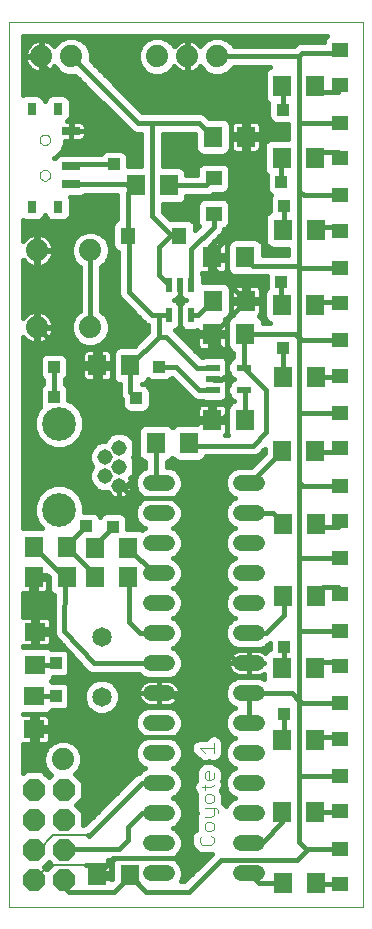
<source format=gtl>
G75*
%MOIN*%
%OFA0B0*%
%FSLAX24Y24*%
%IPPOS*%
%LPD*%
%AMOC8*
5,1,8,0,0,1.08239X$1,22.5*
%
%ADD10C,0.0000*%
%ADD11C,0.0040*%
%ADD12R,0.0217X0.0472*%
%ADD13R,0.0472X0.0217*%
%ADD14R,0.0551X0.0472*%
%ADD15R,0.0630X0.0709*%
%ADD16R,0.0500X0.0579*%
%ADD17R,0.0315X0.0394*%
%ADD18R,0.0591X0.0276*%
%ADD19C,0.0520*%
%ADD20C,0.0740*%
%ADD21R,0.0709X0.0630*%
%ADD22OC8,0.0740*%
%ADD23C,0.0515*%
%ADD24C,0.1122*%
%ADD25C,0.0650*%
%ADD26R,0.0396X0.0396*%
%ADD27C,0.0160*%
%ADD28C,0.0080*%
%ADD29R,0.0410X0.0410*%
D10*
X000725Y000350D02*
X000725Y029850D01*
X012525Y029850D01*
X012525Y000350D01*
X000725Y000350D01*
X001748Y024734D02*
X001750Y024760D01*
X001756Y024786D01*
X001766Y024811D01*
X001779Y024834D01*
X001795Y024854D01*
X001815Y024872D01*
X001837Y024887D01*
X001860Y024899D01*
X001886Y024907D01*
X001912Y024911D01*
X001938Y024911D01*
X001964Y024907D01*
X001990Y024899D01*
X002014Y024887D01*
X002035Y024872D01*
X002055Y024854D01*
X002071Y024834D01*
X002084Y024811D01*
X002094Y024786D01*
X002100Y024760D01*
X002102Y024734D01*
X002100Y024708D01*
X002094Y024682D01*
X002084Y024657D01*
X002071Y024634D01*
X002055Y024614D01*
X002035Y024596D01*
X002013Y024581D01*
X001990Y024569D01*
X001964Y024561D01*
X001938Y024557D01*
X001912Y024557D01*
X001886Y024561D01*
X001860Y024569D01*
X001836Y024581D01*
X001815Y024596D01*
X001795Y024614D01*
X001779Y024634D01*
X001766Y024657D01*
X001756Y024682D01*
X001750Y024708D01*
X001748Y024734D01*
X001748Y025916D02*
X001750Y025942D01*
X001756Y025968D01*
X001766Y025993D01*
X001779Y026016D01*
X001795Y026036D01*
X001815Y026054D01*
X001837Y026069D01*
X001860Y026081D01*
X001886Y026089D01*
X001912Y026093D01*
X001938Y026093D01*
X001964Y026089D01*
X001990Y026081D01*
X002014Y026069D01*
X002035Y026054D01*
X002055Y026036D01*
X002071Y026016D01*
X002084Y025993D01*
X002094Y025968D01*
X002100Y025942D01*
X002102Y025916D01*
X002100Y025890D01*
X002094Y025864D01*
X002084Y025839D01*
X002071Y025816D01*
X002055Y025796D01*
X002035Y025778D01*
X002013Y025763D01*
X001990Y025751D01*
X001964Y025743D01*
X001938Y025739D01*
X001912Y025739D01*
X001886Y025743D01*
X001860Y025751D01*
X001836Y025763D01*
X001815Y025778D01*
X001795Y025796D01*
X001779Y025816D01*
X001766Y025839D01*
X001756Y025864D01*
X001750Y025890D01*
X001748Y025916D01*
D11*
X007555Y005796D02*
X007555Y005489D01*
X007555Y005643D02*
X007095Y005643D01*
X007248Y005489D01*
X007325Y004875D02*
X007402Y004875D01*
X007402Y004568D01*
X007478Y004568D02*
X007325Y004568D01*
X007248Y004645D01*
X007248Y004799D01*
X007325Y004875D01*
X007555Y004799D02*
X007555Y004645D01*
X007478Y004568D01*
X007555Y004415D02*
X007478Y004338D01*
X007171Y004338D01*
X007248Y004262D02*
X007248Y004415D01*
X007325Y004108D02*
X007248Y004031D01*
X007248Y003878D01*
X007325Y003801D01*
X007478Y003801D01*
X007555Y003878D01*
X007555Y004031D01*
X007478Y004108D01*
X007325Y004108D01*
X007248Y003648D02*
X007632Y003648D01*
X007708Y003571D01*
X007708Y003494D01*
X007555Y003418D02*
X007555Y003648D01*
X007555Y003418D02*
X007478Y003341D01*
X007248Y003341D01*
X007325Y003187D02*
X007248Y003111D01*
X007248Y002957D01*
X007325Y002880D01*
X007478Y002880D01*
X007555Y002957D01*
X007555Y003111D01*
X007478Y003187D01*
X007325Y003187D01*
X007478Y002727D02*
X007555Y002650D01*
X007555Y002497D01*
X007478Y002420D01*
X007171Y002420D01*
X007095Y002497D01*
X007095Y002650D01*
X007171Y002727D01*
D12*
X006799Y020063D03*
X006051Y020063D03*
X006051Y021087D03*
X006425Y021087D03*
X006799Y021087D03*
D13*
X007538Y018324D03*
X007538Y017950D03*
X007538Y017576D03*
X008562Y017576D03*
X008562Y018324D03*
D14*
X011775Y018049D03*
X011775Y019231D03*
X011775Y020469D03*
X011775Y021651D03*
X011775Y022889D03*
X011775Y024071D03*
X011775Y025309D03*
X011775Y026491D03*
X011775Y027729D03*
X011775Y028911D03*
X007550Y024641D03*
X007550Y023459D03*
X011775Y016811D03*
X011775Y015629D03*
X011775Y014391D03*
X011775Y013209D03*
X011775Y011971D03*
X011775Y010789D03*
X011775Y009551D03*
X011775Y008369D03*
X011775Y007131D03*
X011775Y005949D03*
X011775Y004711D03*
X011775Y003529D03*
X011775Y002291D03*
X011775Y001109D03*
D15*
X010976Y001150D03*
X009874Y001150D03*
X009844Y003500D03*
X010946Y003500D03*
X010936Y005925D03*
X009834Y005925D03*
X009834Y008325D03*
X010936Y008325D03*
X010956Y010725D03*
X009854Y010725D03*
X009874Y013125D03*
X010976Y013125D03*
X010946Y015550D03*
X009844Y015550D03*
X008601Y016575D03*
X007499Y016575D03*
X006726Y015825D03*
X005624Y015825D03*
X004776Y018400D03*
X003674Y018400D03*
X007499Y019450D03*
X008601Y019450D03*
X008626Y020550D03*
X007524Y020550D03*
X007499Y022000D03*
X008601Y022000D03*
X009854Y022925D03*
X010956Y022925D03*
X010926Y025325D03*
X009824Y025325D03*
X008626Y026025D03*
X007524Y026025D03*
X006051Y024400D03*
X004949Y024400D03*
X009844Y027725D03*
X010946Y027725D03*
X010936Y020425D03*
X009834Y020425D03*
X009864Y018025D03*
X010966Y018025D03*
X004701Y012325D03*
X004701Y011350D03*
X003599Y011350D03*
X002651Y011350D03*
X001549Y011350D03*
X001549Y012350D03*
X002651Y012350D03*
X003599Y012325D03*
X003649Y001400D03*
X004751Y001400D03*
D16*
X004704Y022725D03*
X006396Y022725D03*
D17*
X002358Y023691D03*
X001492Y023691D03*
X001492Y026959D03*
X002358Y026959D03*
D18*
X002811Y026211D03*
X002811Y025030D03*
X002811Y024439D03*
D19*
X005465Y014475D02*
X005985Y014475D01*
X005985Y013475D02*
X005465Y013475D01*
X005465Y012475D02*
X005985Y012475D01*
X005985Y011475D02*
X005465Y011475D01*
X005465Y010475D02*
X005985Y010475D01*
X005985Y009475D02*
X005465Y009475D01*
X005465Y008475D02*
X005985Y008475D01*
X005985Y007475D02*
X005465Y007475D01*
X005465Y006475D02*
X005985Y006475D01*
X005985Y005475D02*
X005465Y005475D01*
X005465Y004475D02*
X005985Y004475D01*
X005985Y003475D02*
X005465Y003475D01*
X005465Y002475D02*
X005985Y002475D01*
X005985Y001475D02*
X005465Y001475D01*
X008465Y001475D02*
X008985Y001475D01*
X008985Y002475D02*
X008465Y002475D01*
X008465Y003475D02*
X008985Y003475D01*
X008985Y004475D02*
X008465Y004475D01*
X008465Y005475D02*
X008985Y005475D01*
X008985Y006475D02*
X008465Y006475D01*
X008465Y007475D02*
X008985Y007475D01*
X008985Y008475D02*
X008465Y008475D01*
X008465Y009475D02*
X008985Y009475D01*
X008985Y010475D02*
X008465Y010475D01*
X008465Y011475D02*
X008985Y011475D01*
X008985Y012475D02*
X008465Y012475D01*
X008465Y013475D02*
X008985Y013475D01*
X008985Y014475D02*
X008465Y014475D01*
D20*
X003440Y019670D03*
X001660Y019670D03*
X001660Y022230D03*
X003440Y022230D03*
X002800Y028700D03*
X001800Y028700D03*
X005675Y028700D03*
X006675Y028700D03*
X007675Y028700D03*
X002525Y005275D03*
D21*
X001575Y006274D03*
X001575Y007376D03*
X001600Y008424D03*
X001600Y009526D03*
D22*
X001550Y004250D03*
X002550Y004250D03*
X002550Y003250D03*
X002550Y002250D03*
X001550Y002250D03*
X001550Y003250D03*
X001550Y001250D03*
X002550Y001250D03*
D23*
X004408Y014395D03*
X003935Y014710D03*
X004408Y015025D03*
X003935Y015340D03*
X004408Y015655D03*
D24*
X002400Y016462D03*
X002400Y013588D03*
D25*
X003825Y009350D03*
X003825Y007350D03*
D26*
X002300Y007375D03*
X002300Y008475D03*
X003300Y013050D03*
X004200Y013025D03*
X004975Y017300D03*
X005725Y018350D03*
X002225Y018350D03*
X002225Y017350D03*
X009800Y021175D03*
X009900Y023725D03*
X009800Y024525D03*
X009850Y026925D03*
X004225Y025100D03*
X003150Y025600D03*
X009900Y009025D03*
X009900Y006775D03*
D27*
X009900Y005991D01*
X009834Y005925D01*
X010936Y005925D02*
X011200Y006025D01*
X011700Y006025D01*
X011775Y005949D01*
X011775Y007131D02*
X010494Y007131D01*
X010400Y007225D01*
X010150Y007475D01*
X008725Y007475D01*
X008725Y006475D01*
X008261Y005975D02*
X008159Y005933D01*
X008007Y005781D01*
X007925Y005582D01*
X007925Y005368D01*
X008007Y005169D01*
X008159Y005017D01*
X008261Y004975D01*
X008159Y004933D01*
X008007Y004781D01*
X007925Y004582D01*
X007925Y004368D01*
X008007Y004169D01*
X008159Y004017D01*
X008261Y003975D01*
X008159Y003933D01*
X008007Y003781D01*
X007977Y003707D01*
X007963Y003741D01*
X007878Y003825D01*
X007855Y003849D01*
X007855Y004091D01*
X007818Y004181D01*
X007809Y004201D01*
X007809Y004201D01*
X007809Y004201D01*
X007787Y004223D01*
X007809Y004245D01*
X007855Y004355D01*
X007855Y004475D01*
X007832Y004530D01*
X007855Y004586D01*
X007855Y004858D01*
X007809Y004969D01*
X007725Y005053D01*
X007615Y005099D01*
X007603Y005099D01*
X007571Y005130D01*
X007461Y005175D01*
X007265Y005175D01*
X007155Y005130D01*
X007070Y005045D01*
X006994Y004969D01*
X006948Y004858D01*
X006948Y004586D01*
X006962Y004553D01*
X006917Y004508D01*
X006871Y004398D01*
X006871Y004279D01*
X006917Y004168D01*
X006962Y004124D01*
X006948Y004091D01*
X006948Y003818D01*
X006971Y003763D01*
X006948Y003707D01*
X006948Y003588D01*
X006987Y003494D01*
X006948Y003400D01*
X006948Y003281D01*
X006971Y003226D01*
X006948Y003170D01*
X006948Y002928D01*
X006925Y002905D01*
X006840Y002820D01*
X006795Y002710D01*
X006795Y002437D01*
X006822Y002372D01*
X006840Y002327D01*
X006840Y002327D01*
X006842Y002326D01*
X006925Y002242D01*
X007001Y002166D01*
X007001Y002166D01*
X007001Y002166D01*
X007019Y002158D01*
X007112Y002120D01*
X007486Y002120D01*
X006576Y001210D01*
X006460Y001210D01*
X006525Y001368D01*
X006525Y001582D01*
X006443Y001781D01*
X006291Y001933D01*
X006189Y001975D01*
X006291Y002017D01*
X006443Y002169D01*
X006525Y002368D01*
X006525Y002582D01*
X006443Y002781D01*
X006291Y002933D01*
X006189Y002975D01*
X006291Y003017D01*
X006443Y003169D01*
X006525Y003368D01*
X006525Y003582D01*
X006443Y003781D01*
X006291Y003933D01*
X006189Y003975D01*
X006291Y004017D01*
X006443Y004169D01*
X006525Y004368D01*
X006525Y004582D01*
X006443Y004781D01*
X006291Y004933D01*
X006189Y004975D01*
X006291Y005017D01*
X006443Y005169D01*
X006525Y005368D01*
X006525Y005582D01*
X006443Y005781D01*
X006291Y005933D01*
X006189Y005975D01*
X006291Y006017D01*
X006443Y006169D01*
X006525Y006368D01*
X006525Y006582D01*
X006443Y006781D01*
X006291Y006933D01*
X006092Y007015D01*
X005358Y007015D01*
X005159Y006933D01*
X005007Y006781D01*
X004925Y006582D01*
X004925Y006368D01*
X005007Y006169D01*
X005159Y006017D01*
X005261Y005975D01*
X005159Y005933D01*
X005007Y005781D01*
X004925Y005582D01*
X004925Y005368D01*
X005007Y005169D01*
X005159Y005017D01*
X005261Y004975D01*
X005159Y004933D01*
X005049Y004823D01*
X004946Y004780D01*
X004845Y004679D01*
X004845Y004679D01*
X003268Y003102D01*
X003200Y003079D01*
X003200Y003519D01*
X002969Y003750D01*
X003200Y003981D01*
X003200Y004519D01*
X002944Y004775D01*
X003076Y004907D01*
X003175Y005146D01*
X003175Y005404D01*
X003076Y005643D01*
X002893Y005826D01*
X002654Y005925D01*
X002396Y005925D01*
X002157Y005826D01*
X001974Y005643D01*
X001875Y005404D01*
X001875Y005146D01*
X001974Y004907D01*
X002131Y004750D01*
X002050Y004669D01*
X001819Y004900D01*
X001281Y004900D01*
X001205Y004824D01*
X001205Y005779D01*
X001498Y005779D01*
X001498Y006196D01*
X001652Y006196D01*
X001652Y005779D01*
X001953Y005779D01*
X001999Y005791D01*
X002040Y005815D01*
X002073Y005848D01*
X002097Y005889D01*
X002109Y005935D01*
X002109Y006196D01*
X001652Y006196D01*
X001652Y006351D01*
X001498Y006351D01*
X001498Y006769D01*
X001205Y006769D01*
X001205Y006781D01*
X001985Y006781D01*
X002088Y006824D01*
X002161Y006897D01*
X002554Y006897D01*
X002657Y006940D01*
X002735Y007018D01*
X002778Y007121D01*
X002778Y007629D01*
X002735Y007732D01*
X002657Y007810D01*
X002554Y007853D01*
X002163Y007853D01*
X002129Y007888D01*
X002192Y007950D01*
X002211Y007997D01*
X002554Y007997D01*
X002657Y008040D01*
X002735Y008118D01*
X002778Y008221D01*
X002778Y008729D01*
X002735Y008832D01*
X002657Y008910D01*
X002554Y008953D01*
X002136Y008953D01*
X002113Y008976D01*
X002010Y009019D01*
X001205Y009019D01*
X001205Y009036D01*
X001222Y009031D01*
X001523Y009031D01*
X001523Y009449D01*
X001677Y009449D01*
X001677Y009031D01*
X001978Y009031D01*
X002024Y009043D01*
X002065Y009067D01*
X002098Y009101D01*
X002122Y009142D01*
X002134Y009188D01*
X002134Y009449D01*
X001677Y009449D01*
X001677Y009604D01*
X001523Y009604D01*
X001523Y010021D01*
X001222Y010021D01*
X001205Y010017D01*
X001205Y010817D01*
X001210Y010816D01*
X001471Y010816D01*
X001471Y011273D01*
X001626Y011273D01*
X001626Y011427D01*
X001962Y011427D01*
X002056Y011333D01*
X002056Y010940D01*
X002099Y010837D01*
X002178Y010758D01*
X002232Y010736D01*
X002215Y009561D01*
X002212Y009496D01*
X002214Y009490D01*
X002214Y009484D01*
X002238Y009423D01*
X002260Y009361D01*
X002265Y009356D01*
X002267Y009350D01*
X002313Y009304D01*
X003241Y008279D01*
X003245Y008271D01*
X003289Y008227D01*
X003331Y008180D01*
X003340Y008176D01*
X003346Y008170D01*
X003404Y008146D01*
X003461Y008119D01*
X003470Y008118D01*
X003478Y008115D01*
X003541Y008115D01*
X003604Y008112D01*
X003613Y008115D01*
X005061Y008115D01*
X005159Y008017D01*
X005358Y007935D01*
X006092Y007935D01*
X006291Y008017D01*
X006443Y008169D01*
X006525Y008368D01*
X006525Y008582D01*
X006443Y008781D01*
X006291Y008933D01*
X006189Y008975D01*
X006291Y009017D01*
X006443Y009169D01*
X006525Y009368D01*
X006525Y009582D01*
X006443Y009781D01*
X006291Y009933D01*
X006189Y009975D01*
X006291Y010017D01*
X006443Y010169D01*
X006525Y010368D01*
X006525Y010582D01*
X006443Y010781D01*
X006291Y010933D01*
X006189Y010975D01*
X006291Y011017D01*
X006443Y011169D01*
X006525Y011368D01*
X006525Y011582D01*
X006443Y011781D01*
X006291Y011933D01*
X006189Y011975D01*
X006291Y012017D01*
X006443Y012169D01*
X006525Y012368D01*
X006525Y012582D01*
X006443Y012781D01*
X006291Y012933D01*
X006189Y012975D01*
X006291Y013017D01*
X006443Y013169D01*
X006525Y013368D01*
X006525Y013582D01*
X006443Y013781D01*
X006291Y013933D01*
X006189Y013975D01*
X006291Y014017D01*
X006443Y014169D01*
X006525Y014368D01*
X006525Y014582D01*
X006443Y014781D01*
X006291Y014933D01*
X006092Y015015D01*
X005984Y015015D01*
X005984Y015191D01*
X005994Y015191D01*
X006097Y015233D01*
X006175Y015311D01*
X006253Y015233D01*
X006356Y015191D01*
X007097Y015191D01*
X007200Y015233D01*
X007279Y015312D01*
X007300Y015365D01*
X008922Y015365D01*
X009054Y015420D01*
X009249Y015615D01*
X009249Y015464D01*
X008800Y015015D01*
X008358Y015015D01*
X008159Y014933D01*
X008007Y014781D01*
X007925Y014582D01*
X007925Y014368D01*
X008007Y014169D01*
X008159Y014017D01*
X008261Y013975D01*
X008159Y013933D01*
X008007Y013781D01*
X007925Y013582D01*
X007925Y013368D01*
X008007Y013169D01*
X008159Y013017D01*
X008261Y012975D01*
X008159Y012933D01*
X008007Y012781D01*
X007925Y012582D01*
X007925Y012368D01*
X008007Y012169D01*
X008159Y012017D01*
X008261Y011975D01*
X008159Y011933D01*
X008007Y011781D01*
X007925Y011582D01*
X007925Y011368D01*
X008007Y011169D01*
X008159Y011017D01*
X008261Y010975D01*
X008159Y010933D01*
X008007Y010781D01*
X007925Y010582D01*
X007925Y010368D01*
X008007Y010169D01*
X008159Y010017D01*
X008261Y009975D01*
X008159Y009933D01*
X008007Y009781D01*
X007925Y009582D01*
X007925Y009368D01*
X008007Y009169D01*
X008159Y009017D01*
X008358Y008935D01*
X009092Y008935D01*
X009291Y009017D01*
X009401Y009127D01*
X009422Y009136D01*
X009422Y008942D01*
X009360Y008917D01*
X009281Y008838D01*
X009271Y008811D01*
X009216Y008851D01*
X009154Y008883D01*
X009088Y008904D01*
X009020Y008915D01*
X008725Y008915D01*
X008725Y008475D01*
X008375Y008475D01*
X007613Y009238D01*
X006750Y008375D01*
X006750Y006875D01*
X006200Y007425D01*
X005775Y007425D01*
X005725Y007475D01*
X005725Y007475D01*
X005725Y007915D01*
X006020Y007915D01*
X006088Y007904D01*
X006154Y007883D01*
X006216Y007851D01*
X006272Y007811D01*
X006321Y007762D01*
X006361Y007706D01*
X006393Y007644D01*
X006414Y007578D01*
X006425Y007510D01*
X006425Y007475D01*
X005725Y007475D01*
X005725Y007475D01*
X005725Y007035D01*
X006020Y007035D01*
X006088Y007046D01*
X006154Y007067D01*
X006216Y007099D01*
X006272Y007139D01*
X006321Y007188D01*
X006361Y007244D01*
X006393Y007306D01*
X006414Y007372D01*
X006425Y007440D01*
X006425Y007475D01*
X005725Y007475D01*
X005725Y007475D01*
X005725Y007475D01*
X005025Y007475D01*
X005025Y007510D01*
X005036Y007578D01*
X005057Y007644D01*
X005089Y007706D01*
X005129Y007762D01*
X005178Y007811D01*
X005234Y007851D01*
X005296Y007883D01*
X005362Y007904D01*
X005430Y007915D01*
X005725Y007915D01*
X005725Y007475D01*
X005725Y007035D01*
X005430Y007035D01*
X005362Y007046D01*
X005296Y007067D01*
X005234Y007099D01*
X005178Y007139D01*
X005129Y007188D01*
X005089Y007244D01*
X005057Y007306D01*
X005036Y007372D01*
X005025Y007440D01*
X005025Y007475D01*
X005725Y007475D01*
X005725Y007483D02*
X005725Y007483D01*
X005725Y007641D02*
X005725Y007641D01*
X005725Y007800D02*
X005725Y007800D01*
X006148Y007958D02*
X008220Y007958D01*
X008159Y007933D02*
X008007Y007781D01*
X007925Y007582D01*
X007925Y007368D01*
X008007Y007169D01*
X008159Y007017D01*
X008261Y006975D01*
X008159Y006933D01*
X008007Y006781D01*
X007925Y006582D01*
X007925Y006368D01*
X008007Y006169D01*
X008159Y006017D01*
X008261Y005975D01*
X008124Y005898D02*
X007838Y005898D01*
X007855Y005856D02*
X007809Y005966D01*
X007725Y006051D01*
X007615Y006096D01*
X007495Y006096D01*
X007385Y006051D01*
X007301Y005966D01*
X007291Y005943D01*
X007035Y005943D01*
X006991Y005924D01*
X006925Y005897D01*
X006840Y005813D01*
X006795Y005702D01*
X006795Y005583D01*
X006813Y005539D01*
X006840Y005473D01*
X006925Y005388D01*
X007078Y005235D01*
X007188Y005189D01*
X007308Y005189D01*
X007402Y005228D01*
X007495Y005189D01*
X007615Y005189D01*
X007725Y005235D01*
X007809Y005319D01*
X007855Y005430D01*
X007855Y005856D01*
X007855Y005739D02*
X007990Y005739D01*
X007925Y005581D02*
X007855Y005581D01*
X007852Y005422D02*
X007925Y005422D01*
X007968Y005264D02*
X007753Y005264D01*
X007596Y005105D02*
X008071Y005105D01*
X008192Y004947D02*
X007818Y004947D01*
X007855Y004788D02*
X008014Y004788D01*
X007945Y004630D02*
X007855Y004630D01*
X007855Y004471D02*
X007925Y004471D01*
X007948Y004313D02*
X007837Y004313D01*
X007829Y004154D02*
X008022Y004154D01*
X007855Y003996D02*
X008212Y003996D01*
X008063Y003837D02*
X007867Y003837D01*
X006948Y003837D02*
X006387Y003837D01*
X006485Y003679D02*
X006948Y003679D01*
X006976Y003520D02*
X006525Y003520D01*
X006522Y003362D02*
X006948Y003362D01*
X006962Y003203D02*
X006457Y003203D01*
X006318Y003045D02*
X006948Y003045D01*
X006906Y002886D02*
X006338Y002886D01*
X006465Y002728D02*
X006802Y002728D01*
X006795Y002569D02*
X006525Y002569D01*
X006525Y002411D02*
X006806Y002411D01*
X006915Y002252D02*
X006477Y002252D01*
X006367Y002094D02*
X007459Y002094D01*
X007301Y001935D02*
X006286Y001935D01*
X006475Y001975D02*
X006725Y002225D01*
X006725Y005900D01*
X006475Y006150D01*
X006750Y006425D01*
X006750Y006875D01*
X006480Y006690D02*
X007970Y006690D01*
X007925Y006532D02*
X006525Y006532D01*
X006525Y006373D02*
X007925Y006373D01*
X007988Y006215D02*
X006462Y006215D01*
X006475Y006150D02*
X006325Y006000D01*
X005200Y006000D01*
X004926Y006274D01*
X002725Y006274D01*
X002725Y008850D01*
X002049Y009526D01*
X001600Y009526D01*
X001549Y009577D01*
X001549Y011350D01*
X001626Y011287D02*
X002056Y011287D01*
X002044Y011273D02*
X001626Y011273D01*
X001626Y010816D01*
X001887Y010816D01*
X001933Y010828D01*
X001974Y010852D01*
X002008Y010885D01*
X002032Y010926D01*
X002044Y010972D01*
X002044Y011273D01*
X002044Y011128D02*
X002056Y011128D01*
X002043Y010970D02*
X002056Y010970D01*
X002125Y010811D02*
X001205Y010811D01*
X001205Y010653D02*
X002231Y010653D01*
X002228Y010494D02*
X001205Y010494D01*
X001205Y010336D02*
X002226Y010336D01*
X002224Y010177D02*
X001205Y010177D01*
X001205Y010019D02*
X001212Y010019D01*
X001523Y010019D02*
X001677Y010019D01*
X001677Y010021D02*
X001677Y009604D01*
X002134Y009604D01*
X002134Y009865D01*
X002122Y009911D01*
X002098Y009952D01*
X002065Y009985D01*
X002024Y010009D01*
X001978Y010021D01*
X001677Y010021D01*
X001677Y009860D02*
X001523Y009860D01*
X001523Y009702D02*
X001677Y009702D01*
X001677Y009543D02*
X002214Y009543D01*
X002217Y009702D02*
X002134Y009702D01*
X002134Y009860D02*
X002219Y009860D01*
X002222Y010019D02*
X001988Y010019D01*
X002575Y009550D02*
X002600Y011299D01*
X002651Y011350D01*
X002549Y011350D01*
X001549Y012350D01*
X001814Y012984D02*
X001205Y012984D01*
X001205Y019361D01*
X001240Y019312D01*
X001302Y019250D01*
X001372Y019200D01*
X001449Y019160D01*
X001531Y019134D01*
X001617Y019120D01*
X001640Y019120D01*
X001640Y019650D01*
X001680Y019650D01*
X001680Y019690D01*
X001640Y019690D01*
X001640Y020220D01*
X001617Y020220D01*
X001531Y020206D01*
X001449Y020180D01*
X001372Y020140D01*
X001302Y020090D01*
X001240Y020028D01*
X001205Y019979D01*
X001205Y021921D01*
X001240Y021872D01*
X001302Y021810D01*
X001372Y021760D01*
X001449Y021720D01*
X001531Y021694D01*
X001617Y021680D01*
X001640Y021680D01*
X001640Y022210D01*
X001680Y022210D01*
X001680Y022250D01*
X001640Y022250D01*
X001640Y022780D01*
X001617Y022780D01*
X001531Y022766D01*
X001449Y022740D01*
X001372Y022700D01*
X001302Y022650D01*
X001240Y022588D01*
X001205Y022539D01*
X001205Y023245D01*
X001279Y023214D01*
X001705Y023214D01*
X001808Y023257D01*
X001887Y023336D01*
X001925Y023428D01*
X001963Y023336D01*
X002042Y023257D01*
X002145Y023214D01*
X002571Y023214D01*
X002674Y023257D01*
X002753Y023336D01*
X002796Y023439D01*
X002796Y023944D01*
X002763Y024021D01*
X003162Y024021D01*
X003265Y024064D01*
X003280Y024079D01*
X004344Y024079D01*
X004344Y023272D01*
X004295Y023252D01*
X004216Y023173D01*
X004174Y023070D01*
X004174Y022380D01*
X004216Y022277D01*
X004295Y022198D01*
X004365Y022169D01*
X004365Y020778D01*
X004420Y020646D01*
X004521Y020545D01*
X005308Y019758D01*
X005365Y019734D01*
X005365Y019499D01*
X004900Y019034D01*
X004406Y019034D01*
X004303Y018992D01*
X004224Y018913D01*
X004181Y018810D01*
X004181Y017990D01*
X004224Y017887D01*
X004303Y017808D01*
X004406Y017766D01*
X004416Y017766D01*
X004416Y017427D01*
X004471Y017295D01*
X004497Y017269D01*
X004497Y017046D01*
X004540Y016943D01*
X004618Y016865D01*
X004721Y016822D01*
X005229Y016822D01*
X005332Y016865D01*
X005410Y016943D01*
X005453Y017046D01*
X005453Y017554D01*
X005410Y017657D01*
X005332Y017735D01*
X005229Y017778D01*
X005177Y017778D01*
X005250Y017808D01*
X005329Y017887D01*
X005348Y017935D01*
X005368Y017915D01*
X005471Y017872D01*
X005979Y017872D01*
X006082Y017915D01*
X006154Y017987D01*
X006770Y017371D01*
X006871Y017270D01*
X007003Y017215D01*
X007180Y017215D01*
X007246Y017188D01*
X007830Y017188D01*
X007933Y017230D01*
X008012Y017309D01*
X008050Y017401D01*
X008088Y017309D01*
X008167Y017230D01*
X008224Y017207D01*
X008128Y017167D01*
X008049Y017088D01*
X008006Y016985D01*
X008006Y016165D01*
X008039Y016085D01*
X007933Y016085D01*
X007958Y016110D01*
X007982Y016151D01*
X007994Y016197D01*
X007994Y016498D01*
X007576Y016498D01*
X007576Y016652D01*
X007994Y016652D01*
X007994Y016953D01*
X007982Y016999D01*
X007958Y017040D01*
X007924Y017073D01*
X007883Y017097D01*
X007837Y017109D01*
X007576Y017109D01*
X007576Y016652D01*
X007421Y016652D01*
X007421Y016498D01*
X007004Y016498D01*
X007004Y016459D01*
X006356Y016459D01*
X006253Y016417D01*
X006175Y016339D01*
X006097Y016417D01*
X005994Y016459D01*
X005253Y016459D01*
X005150Y016417D01*
X005071Y016338D01*
X005029Y016235D01*
X005029Y015415D01*
X005071Y015312D01*
X005150Y015233D01*
X005253Y015191D01*
X005264Y015191D01*
X005264Y014976D01*
X005159Y014933D01*
X005007Y014781D01*
X004925Y014582D01*
X004925Y014368D01*
X005007Y014169D01*
X005159Y014017D01*
X005261Y013975D01*
X005159Y013933D01*
X005007Y013781D01*
X004925Y013582D01*
X004925Y013368D01*
X005007Y013169D01*
X005159Y013017D01*
X005261Y012975D01*
X005159Y012933D01*
X005152Y012926D01*
X005072Y012959D01*
X004678Y012959D01*
X004678Y013279D01*
X004635Y013382D01*
X004557Y013460D01*
X004454Y013503D01*
X003946Y013503D01*
X003843Y013460D01*
X003765Y013382D01*
X003755Y013359D01*
X003735Y013407D01*
X003657Y013485D01*
X003554Y013528D01*
X003241Y013528D01*
X003241Y013755D01*
X003113Y014064D01*
X002876Y014301D01*
X002567Y014429D01*
X002233Y014429D01*
X001924Y014301D01*
X001687Y014064D01*
X001559Y013755D01*
X001559Y013421D01*
X001687Y013112D01*
X001814Y012984D01*
X001769Y013030D02*
X001205Y013030D01*
X001205Y013189D02*
X001655Y013189D01*
X001589Y013347D02*
X001205Y013347D01*
X001205Y013506D02*
X001559Y013506D01*
X001559Y013664D02*
X001205Y013664D01*
X001205Y013823D02*
X001587Y013823D01*
X001652Y013981D02*
X001205Y013981D01*
X001205Y014140D02*
X001762Y014140D01*
X001921Y014298D02*
X001205Y014298D01*
X001205Y014457D02*
X003459Y014457D01*
X003480Y014406D02*
X003631Y014254D01*
X003829Y014173D01*
X004030Y014173D01*
X004034Y014166D01*
X004074Y014110D01*
X004123Y014061D01*
X004179Y014021D01*
X004240Y013990D01*
X004305Y013968D01*
X004373Y013958D01*
X004408Y013958D01*
X004442Y013958D01*
X004510Y013968D01*
X004576Y013990D01*
X004637Y014021D01*
X004693Y014061D01*
X004742Y014110D01*
X004782Y014166D01*
X004813Y014227D01*
X004835Y014293D01*
X004845Y014361D01*
X004845Y014395D01*
X004408Y014395D01*
X004408Y014395D01*
X004408Y013958D01*
X004408Y014395D01*
X004408Y014395D01*
X004845Y014395D01*
X004845Y014430D01*
X004835Y014498D01*
X004813Y014563D01*
X004782Y014624D01*
X004776Y014633D01*
X004864Y014721D01*
X004945Y014918D01*
X004945Y015132D01*
X004864Y015329D01*
X004853Y015340D01*
X004864Y015350D01*
X004945Y015548D01*
X004945Y015762D01*
X004864Y015959D01*
X004712Y016111D01*
X004515Y016192D01*
X004301Y016192D01*
X004103Y016111D01*
X003952Y015959D01*
X003918Y015877D01*
X003829Y015877D01*
X003631Y015796D01*
X003480Y015644D01*
X003398Y015447D01*
X003398Y015233D01*
X003480Y015036D01*
X003490Y015025D01*
X003480Y015014D01*
X003398Y014817D01*
X003398Y014603D01*
X003480Y014406D01*
X003587Y014298D02*
X002879Y014298D01*
X003038Y014140D02*
X004053Y014140D01*
X004266Y013981D02*
X003148Y013981D01*
X003213Y013823D02*
X005049Y013823D01*
X004959Y013664D02*
X003241Y013664D01*
X003608Y013506D02*
X004925Y013506D01*
X004934Y013347D02*
X004650Y013347D01*
X004678Y013189D02*
X004999Y013189D01*
X005146Y013030D02*
X004678Y013030D01*
X004200Y013025D02*
X003599Y012424D01*
X003599Y012325D01*
X003300Y013050D02*
X002651Y012401D01*
X002651Y012350D01*
X003599Y011402D01*
X003599Y011350D01*
X004701Y011350D02*
X004725Y011326D01*
X004725Y009850D01*
X005100Y009475D01*
X005725Y009475D01*
X006364Y009860D02*
X008086Y009860D01*
X008158Y010019D02*
X006292Y010019D01*
X006446Y010177D02*
X008004Y010177D01*
X007938Y010336D02*
X006512Y010336D01*
X006525Y010494D02*
X007925Y010494D01*
X007954Y010653D02*
X006496Y010653D01*
X006413Y010811D02*
X008037Y010811D01*
X008248Y010970D02*
X006202Y010970D01*
X006402Y011128D02*
X008048Y011128D01*
X007959Y011287D02*
X006491Y011287D01*
X006525Y011445D02*
X007925Y011445D01*
X007934Y011604D02*
X006516Y011604D01*
X006451Y011762D02*
X007999Y011762D01*
X008147Y011921D02*
X006303Y011921D01*
X006353Y012079D02*
X008097Y012079D01*
X007979Y012238D02*
X006471Y012238D01*
X006525Y012396D02*
X007925Y012396D01*
X007925Y012555D02*
X006525Y012555D01*
X006471Y012713D02*
X007979Y012713D01*
X008098Y012872D02*
X006352Y012872D01*
X006304Y013030D02*
X008146Y013030D01*
X007999Y013189D02*
X006451Y013189D01*
X006516Y013347D02*
X007934Y013347D01*
X007925Y013506D02*
X006525Y013506D01*
X006491Y013664D02*
X007959Y013664D01*
X008049Y013823D02*
X006401Y013823D01*
X006200Y013975D02*
X007275Y012925D01*
X007275Y009575D01*
X007613Y009238D01*
X007925Y009385D02*
X006525Y009385D01*
X006525Y009543D02*
X007925Y009543D01*
X007974Y009702D02*
X006476Y009702D01*
X006466Y009226D02*
X007984Y009226D01*
X008109Y009068D02*
X006341Y009068D01*
X006315Y008909D02*
X008393Y008909D01*
X008362Y008904D02*
X008296Y008883D01*
X008234Y008851D01*
X008178Y008811D01*
X008129Y008762D01*
X008089Y008706D01*
X008057Y008644D01*
X008036Y008578D01*
X008025Y008510D01*
X008025Y008475D01*
X008725Y008475D01*
X009239Y008475D01*
X008725Y008475D01*
X008725Y008475D01*
X008725Y008475D01*
X008725Y008035D01*
X009020Y008035D01*
X009088Y008046D01*
X009154Y008067D01*
X009216Y008099D01*
X009239Y008116D01*
X009239Y007954D01*
X009092Y008015D01*
X008358Y008015D01*
X008159Y007933D01*
X008234Y008099D02*
X008296Y008067D01*
X008362Y008046D01*
X008430Y008035D01*
X008725Y008035D01*
X008725Y008475D01*
X008725Y008475D01*
X008725Y008475D01*
X008725Y008915D01*
X008430Y008915D01*
X008362Y008904D01*
X008121Y008751D02*
X006455Y008751D01*
X006521Y008592D02*
X008040Y008592D01*
X008025Y008475D02*
X008025Y008440D01*
X008036Y008372D01*
X008057Y008306D01*
X008089Y008244D01*
X008129Y008188D01*
X008178Y008139D01*
X008234Y008099D01*
X008210Y008117D02*
X006390Y008117D01*
X006487Y008275D02*
X008073Y008275D01*
X008026Y008434D02*
X006525Y008434D01*
X006283Y007800D02*
X008026Y007800D01*
X007949Y007641D02*
X006394Y007641D01*
X006425Y007483D02*
X007925Y007483D01*
X007943Y007324D02*
X006399Y007324D01*
X006298Y007166D02*
X008011Y007166D01*
X008184Y007007D02*
X006112Y007007D01*
X006375Y006849D02*
X008075Y006849D01*
X008120Y006056D02*
X007712Y006056D01*
X007398Y006056D02*
X006330Y006056D01*
X006326Y005898D02*
X006926Y005898D01*
X006810Y005739D02*
X006460Y005739D01*
X006525Y005581D02*
X006796Y005581D01*
X006891Y005422D02*
X006525Y005422D01*
X006482Y005264D02*
X007050Y005264D01*
X006925Y005388D02*
X006925Y005388D01*
X007130Y005105D02*
X006379Y005105D01*
X006258Y004947D02*
X006985Y004947D01*
X006948Y004788D02*
X006436Y004788D01*
X006505Y004630D02*
X006948Y004630D01*
X006902Y004471D02*
X006525Y004471D01*
X006502Y004313D02*
X006871Y004313D01*
X006931Y004154D02*
X006428Y004154D01*
X006238Y003996D02*
X006948Y003996D01*
X005725Y004475D02*
X005150Y004475D01*
X003400Y002725D01*
X003350Y002750D01*
X003369Y003203D02*
X003200Y003203D01*
X003200Y003362D02*
X003527Y003362D01*
X003686Y003520D02*
X003199Y003520D01*
X003041Y003679D02*
X003844Y003679D01*
X004003Y003837D02*
X003056Y003837D01*
X003200Y003996D02*
X004161Y003996D01*
X004320Y004154D02*
X003200Y004154D01*
X003200Y004313D02*
X004478Y004313D01*
X004637Y004471D02*
X003200Y004471D01*
X003090Y004630D02*
X004795Y004630D01*
X004965Y004788D02*
X002957Y004788D01*
X003092Y004947D02*
X005192Y004947D01*
X005071Y005105D02*
X003158Y005105D01*
X003175Y005264D02*
X004968Y005264D01*
X004925Y005422D02*
X003168Y005422D01*
X003102Y005581D02*
X004925Y005581D01*
X004990Y005739D02*
X002980Y005739D01*
X002721Y005898D02*
X005124Y005898D01*
X005120Y006056D02*
X002109Y006056D01*
X002099Y005898D02*
X002329Y005898D01*
X002070Y005739D02*
X001205Y005739D01*
X001205Y005581D02*
X001948Y005581D01*
X001882Y005422D02*
X001205Y005422D01*
X001205Y005264D02*
X001875Y005264D01*
X001892Y005105D02*
X001205Y005105D01*
X001205Y004947D02*
X001958Y004947D01*
X001931Y004788D02*
X002093Y004788D01*
X001652Y005898D02*
X001498Y005898D01*
X001498Y006056D02*
X001652Y006056D01*
X001652Y006215D02*
X004988Y006215D01*
X004925Y006373D02*
X002109Y006373D01*
X002109Y006351D02*
X002109Y006612D01*
X002097Y006658D01*
X002073Y006699D01*
X002040Y006733D01*
X001999Y006757D01*
X001953Y006769D01*
X001652Y006769D01*
X001652Y006351D01*
X002109Y006351D01*
X002109Y006532D02*
X004925Y006532D01*
X004970Y006690D02*
X002079Y006690D01*
X002113Y006849D02*
X003471Y006849D01*
X003482Y006837D02*
X003705Y006745D01*
X003945Y006745D01*
X004168Y006837D01*
X004338Y007007D01*
X004430Y007230D01*
X004430Y007470D01*
X004338Y007693D01*
X004168Y007863D01*
X003945Y007955D01*
X003705Y007955D01*
X003482Y007863D01*
X003312Y007693D01*
X003220Y007470D01*
X003220Y007230D01*
X003312Y007007D01*
X003482Y006837D01*
X003312Y007007D02*
X002724Y007007D01*
X002778Y007166D02*
X003247Y007166D01*
X003220Y007324D02*
X002778Y007324D01*
X002778Y007483D02*
X003225Y007483D01*
X003291Y007641D02*
X002773Y007641D01*
X002668Y007800D02*
X003419Y007800D01*
X003475Y008117D02*
X002734Y008117D01*
X002778Y008275D02*
X003243Y008275D01*
X003102Y008434D02*
X002778Y008434D01*
X002778Y008592D02*
X002958Y008592D01*
X002814Y008751D02*
X002769Y008751D01*
X002670Y008909D02*
X002658Y008909D01*
X002527Y009068D02*
X002065Y009068D01*
X002134Y009226D02*
X002383Y009226D01*
X002252Y009385D02*
X002134Y009385D01*
X001677Y009385D02*
X001523Y009385D01*
X001523Y009226D02*
X001677Y009226D01*
X001677Y009068D02*
X001523Y009068D01*
X001600Y008424D02*
X002249Y008424D01*
X002300Y008475D01*
X002195Y007958D02*
X005302Y007958D01*
X005167Y007800D02*
X004231Y007800D01*
X004359Y007641D02*
X005056Y007641D01*
X005025Y007483D02*
X004425Y007483D01*
X004430Y007324D02*
X005051Y007324D01*
X005152Y007166D02*
X004403Y007166D01*
X004338Y007007D02*
X005338Y007007D01*
X005075Y006849D02*
X004179Y006849D01*
X005725Y007166D02*
X005725Y007166D01*
X005725Y007324D02*
X005725Y007324D01*
X005725Y008475D02*
X003550Y008475D01*
X002575Y009550D01*
X001626Y010970D02*
X001471Y010970D01*
X001471Y011128D02*
X001626Y011128D01*
X004701Y012325D02*
X005551Y011475D01*
X005725Y011475D01*
X006200Y013975D02*
X004850Y013975D01*
X004455Y014395D01*
X004408Y014395D01*
X004645Y014395D01*
X004900Y014650D01*
X004900Y016250D01*
X005225Y016575D01*
X004775Y016575D01*
X003725Y017625D01*
X003725Y018349D01*
X003674Y018400D01*
X002930Y018400D01*
X001660Y019670D01*
X001680Y019687D02*
X002790Y019687D01*
X002790Y019799D02*
X002790Y019541D01*
X002889Y019302D01*
X003072Y019119D01*
X003311Y019020D01*
X003569Y019020D01*
X003808Y019119D01*
X003991Y019302D01*
X004090Y019541D01*
X004090Y019799D01*
X003991Y020038D01*
X003808Y020221D01*
X003800Y020224D01*
X003800Y021676D01*
X003808Y021679D01*
X003991Y021862D01*
X004090Y022101D01*
X004090Y022359D01*
X003991Y022598D01*
X003808Y022781D01*
X003569Y022880D01*
X003311Y022880D01*
X003072Y022781D01*
X002889Y022598D01*
X002790Y022359D01*
X002790Y022101D01*
X002889Y021862D01*
X003072Y021679D01*
X003080Y021676D01*
X003080Y020224D01*
X003072Y020221D01*
X002889Y020038D01*
X002790Y019799D01*
X002809Y019846D02*
X002181Y019846D01*
X002170Y019881D02*
X002130Y019958D01*
X002080Y020028D01*
X002018Y020090D01*
X001948Y020140D01*
X001871Y020180D01*
X001789Y020206D01*
X001703Y020220D01*
X001680Y020220D01*
X001680Y019690D01*
X002210Y019690D01*
X002210Y019713D01*
X002196Y019799D01*
X002170Y019881D01*
X002097Y020004D02*
X002875Y020004D01*
X003013Y020163D02*
X001905Y020163D01*
X001680Y020163D02*
X001640Y020163D01*
X001640Y020004D02*
X001680Y020004D01*
X001680Y019846D02*
X001640Y019846D01*
X001680Y019650D02*
X002210Y019650D01*
X002210Y019627D01*
X002196Y019541D01*
X002170Y019459D01*
X002130Y019382D01*
X002080Y019312D01*
X002018Y019250D01*
X001948Y019200D01*
X001871Y019160D01*
X001789Y019134D01*
X001703Y019120D01*
X001680Y019120D01*
X001680Y019650D01*
X001680Y019529D02*
X001640Y019529D01*
X001640Y019370D02*
X001680Y019370D01*
X001680Y019212D02*
X001640Y019212D01*
X001355Y019212D02*
X001205Y019212D01*
X001205Y019053D02*
X003231Y019053D01*
X003289Y018922D02*
X003248Y018898D01*
X003215Y018865D01*
X003191Y018824D01*
X003179Y018778D01*
X003179Y018477D01*
X003596Y018477D01*
X003596Y018323D01*
X003179Y018323D01*
X003179Y018022D01*
X003191Y017976D01*
X003215Y017935D01*
X003248Y017902D01*
X003289Y017878D01*
X003335Y017866D01*
X003596Y017866D01*
X003596Y018323D01*
X003751Y018323D01*
X003751Y018477D01*
X004169Y018477D01*
X004169Y018778D01*
X004157Y018824D01*
X004133Y018865D01*
X004099Y018898D01*
X004058Y018922D01*
X004012Y018934D01*
X003751Y018934D01*
X003751Y018477D01*
X003596Y018477D01*
X003596Y018934D01*
X003335Y018934D01*
X003289Y018922D01*
X003244Y018895D02*
X001205Y018895D01*
X001205Y018736D02*
X001819Y018736D01*
X001790Y018707D02*
X001747Y018604D01*
X001747Y018096D01*
X001790Y017993D01*
X001865Y017918D01*
X001865Y017782D01*
X001790Y017707D01*
X001747Y017604D01*
X001747Y017096D01*
X001776Y017027D01*
X001687Y016938D01*
X001559Y016629D01*
X001559Y016295D01*
X001687Y015986D01*
X001924Y015749D01*
X002233Y015621D01*
X002567Y015621D01*
X002876Y015749D01*
X003113Y015986D01*
X003241Y016295D01*
X003241Y016629D01*
X003113Y016938D01*
X002876Y017175D01*
X002703Y017247D01*
X002703Y017604D01*
X002660Y017707D01*
X002585Y017782D01*
X002585Y017918D01*
X002660Y017993D01*
X002703Y018096D01*
X002703Y018604D01*
X002660Y018707D01*
X002582Y018785D01*
X002479Y018828D01*
X001971Y018828D01*
X001868Y018785D01*
X001790Y018707D01*
X001747Y018578D02*
X001205Y018578D01*
X001205Y018419D02*
X001747Y018419D01*
X001747Y018261D02*
X001205Y018261D01*
X001205Y018102D02*
X001747Y018102D01*
X001839Y017944D02*
X001205Y017944D01*
X001205Y017785D02*
X001865Y017785D01*
X001756Y017627D02*
X001205Y017627D01*
X001205Y017468D02*
X001747Y017468D01*
X001747Y017310D02*
X001205Y017310D01*
X001205Y017151D02*
X001747Y017151D01*
X001741Y016993D02*
X001205Y016993D01*
X001205Y016834D02*
X001644Y016834D01*
X001578Y016676D02*
X001205Y016676D01*
X001205Y016517D02*
X001559Y016517D01*
X001559Y016359D02*
X001205Y016359D01*
X001205Y016200D02*
X001598Y016200D01*
X001664Y016042D02*
X001205Y016042D01*
X001205Y015883D02*
X001790Y015883D01*
X001983Y015725D02*
X001205Y015725D01*
X001205Y015566D02*
X003447Y015566D01*
X003398Y015408D02*
X001205Y015408D01*
X001205Y015249D02*
X003398Y015249D01*
X003457Y015091D02*
X001205Y015091D01*
X001205Y014932D02*
X003446Y014932D01*
X003398Y014774D02*
X001205Y014774D01*
X001205Y014615D02*
X003398Y014615D01*
X004408Y014298D02*
X004408Y014298D01*
X004408Y014140D02*
X004408Y014140D01*
X004408Y013981D02*
X004408Y013981D01*
X004549Y013981D02*
X005246Y013981D01*
X005037Y014140D02*
X004763Y014140D01*
X004835Y014298D02*
X004954Y014298D01*
X004925Y014457D02*
X004841Y014457D01*
X004787Y014615D02*
X004939Y014615D01*
X004885Y014774D02*
X005004Y014774D01*
X004945Y014932D02*
X005158Y014932D01*
X005264Y015091D02*
X004945Y015091D01*
X004897Y015249D02*
X005135Y015249D01*
X005032Y015408D02*
X004887Y015408D01*
X004945Y015566D02*
X005029Y015566D01*
X005029Y015725D02*
X004945Y015725D01*
X004895Y015883D02*
X005029Y015883D01*
X005029Y016042D02*
X004781Y016042D01*
X005029Y016200D02*
X003202Y016200D01*
X003241Y016359D02*
X005092Y016359D01*
X005225Y016575D02*
X007499Y016575D01*
X007800Y016575D01*
X008000Y016775D01*
X008000Y017875D01*
X007925Y017950D01*
X007538Y017950D01*
X007563Y017925D01*
X007800Y017925D01*
X007900Y018025D01*
X008000Y018025D01*
X008000Y018775D01*
X007424Y019351D01*
X007424Y019375D01*
X007499Y019450D01*
X007526Y019450D01*
X008626Y020550D01*
X007499Y021677D01*
X007499Y022000D01*
X007474Y022025D01*
X007474Y022099D01*
X008650Y023275D01*
X008650Y026001D01*
X008626Y026025D01*
X008650Y026049D01*
X008650Y026475D01*
X008350Y026775D01*
X007450Y026775D01*
X006675Y027550D01*
X006675Y028025D01*
X006700Y028025D01*
X006675Y028025D02*
X006675Y028700D01*
X006695Y028720D02*
X006655Y028720D01*
X006655Y029250D01*
X006632Y029250D01*
X006546Y029236D01*
X006464Y029210D01*
X006387Y029170D01*
X006317Y029120D01*
X006255Y029058D01*
X006239Y029036D01*
X006226Y029068D01*
X006043Y029251D01*
X005804Y029350D01*
X005546Y029350D01*
X005307Y029251D01*
X005124Y029068D01*
X005025Y028829D01*
X005025Y028571D01*
X005124Y028332D01*
X005307Y028149D01*
X005546Y028050D01*
X005804Y028050D01*
X006043Y028149D01*
X006226Y028332D01*
X006239Y028364D01*
X006255Y028342D01*
X006317Y028280D01*
X006387Y028230D01*
X006464Y028190D01*
X006546Y028164D01*
X006632Y028150D01*
X006655Y028150D01*
X006655Y028680D01*
X006695Y028680D01*
X006695Y028150D01*
X006718Y028150D01*
X006804Y028164D01*
X006886Y028190D01*
X006963Y028230D01*
X007033Y028280D01*
X007095Y028342D01*
X007111Y028364D01*
X007124Y028332D01*
X007307Y028149D01*
X007546Y028050D01*
X007804Y028050D01*
X008043Y028149D01*
X008226Y028332D01*
X008229Y028340D01*
X009426Y028340D01*
X009370Y028317D01*
X009291Y028238D01*
X009249Y028135D01*
X009249Y027315D01*
X009291Y027212D01*
X009370Y027133D01*
X009372Y027133D01*
X009372Y026671D01*
X009415Y026568D01*
X009493Y026490D01*
X009596Y026447D01*
X010040Y026447D01*
X010040Y025959D01*
X009453Y025959D01*
X009350Y025917D01*
X009271Y025838D01*
X009229Y025735D01*
X009229Y024915D01*
X009271Y024812D01*
X009322Y024762D01*
X009322Y024271D01*
X009365Y024168D01*
X009443Y024090D01*
X009464Y024081D01*
X009422Y023979D01*
X009422Y023534D01*
X009380Y023517D01*
X009301Y023438D01*
X009259Y023335D01*
X009259Y022515D01*
X009301Y022412D01*
X009380Y022333D01*
X009483Y022291D01*
X010040Y022291D01*
X010040Y022085D01*
X009196Y022085D01*
X009196Y022410D01*
X009154Y022513D01*
X009075Y022592D01*
X008972Y022634D01*
X008231Y022634D01*
X008128Y022592D01*
X008049Y022513D01*
X008006Y022410D01*
X008006Y021590D01*
X008049Y021487D01*
X008128Y021408D01*
X008231Y021366D01*
X008803Y021366D01*
X008805Y021365D01*
X009322Y021365D01*
X009322Y020978D01*
X009281Y020938D01*
X009239Y020835D01*
X009239Y020015D01*
X009281Y019912D01*
X009360Y019833D01*
X009416Y019810D01*
X009196Y019810D01*
X009196Y019860D01*
X009154Y019963D01*
X009075Y020042D01*
X009051Y020051D01*
X009052Y020052D01*
X009085Y020085D01*
X009109Y020126D01*
X009121Y020172D01*
X009121Y020473D01*
X008704Y020473D01*
X008704Y020627D01*
X009121Y020627D01*
X009121Y020928D01*
X009109Y020974D01*
X009085Y021015D01*
X009052Y021048D01*
X009011Y021072D01*
X008965Y021084D01*
X008704Y021084D01*
X008704Y020627D01*
X008549Y020627D01*
X008549Y020473D01*
X008131Y020473D01*
X008131Y020172D01*
X008143Y020126D01*
X008167Y020085D01*
X008186Y020066D01*
X008128Y020042D01*
X008049Y019963D01*
X008006Y019860D01*
X008006Y019040D01*
X008049Y018937D01*
X008128Y018858D01*
X008202Y018828D01*
X008202Y018684D01*
X008167Y018670D01*
X008088Y018591D01*
X008050Y018499D01*
X008012Y018591D01*
X007933Y018670D01*
X007830Y018712D01*
X007246Y018712D01*
X007180Y018685D01*
X007149Y018685D01*
X006266Y019568D01*
X006318Y019590D01*
X006397Y019668D01*
X006425Y019737D01*
X006453Y019668D01*
X006532Y019590D01*
X006635Y019547D01*
X006963Y019547D01*
X007004Y019564D01*
X007004Y019527D01*
X007421Y019527D01*
X007421Y019373D01*
X007004Y019373D01*
X007004Y019072D01*
X007016Y019026D01*
X007040Y018985D01*
X007073Y018952D01*
X007114Y018928D01*
X007160Y018916D01*
X007421Y018916D01*
X007421Y019373D01*
X007576Y019373D01*
X007576Y019527D01*
X007994Y019527D01*
X007994Y019828D01*
X007982Y019874D01*
X007958Y019915D01*
X007939Y019934D01*
X007997Y019958D01*
X008076Y020037D01*
X008119Y020140D01*
X008119Y020960D01*
X008076Y021063D01*
X007997Y021142D01*
X007894Y021184D01*
X007187Y021184D01*
X007187Y021379D01*
X007159Y021447D01*
X007159Y021466D01*
X007160Y021466D01*
X007421Y021466D01*
X007421Y021923D01*
X007576Y021923D01*
X007576Y022077D01*
X007994Y022077D01*
X007994Y022378D01*
X007982Y022424D01*
X007958Y022465D01*
X007924Y022498D01*
X007883Y022522D01*
X007837Y022534D01*
X007576Y022534D01*
X007576Y022077D01*
X007421Y022077D01*
X007421Y022387D01*
X007754Y022720D01*
X007855Y022821D01*
X007910Y022953D01*
X007910Y022955D01*
X007984Y022986D01*
X008063Y023065D01*
X008106Y023168D01*
X008106Y023751D01*
X008063Y023854D01*
X007984Y023933D01*
X007881Y023976D01*
X007219Y023976D01*
X007116Y023933D01*
X007037Y023854D01*
X006994Y023751D01*
X006994Y023168D01*
X007037Y023065D01*
X007059Y023043D01*
X006926Y022911D01*
X006926Y023070D01*
X006884Y023173D01*
X006805Y023252D01*
X006702Y023294D01*
X006091Y023294D01*
X006090Y023294D01*
X005860Y023524D01*
X005860Y023766D01*
X006422Y023766D01*
X006525Y023808D01*
X006604Y023887D01*
X006646Y023990D01*
X006646Y024040D01*
X007381Y024040D01*
X007513Y024095D01*
X007543Y024124D01*
X007881Y024124D01*
X007984Y024167D01*
X008063Y024246D01*
X008106Y024349D01*
X008106Y024932D01*
X008063Y025035D01*
X007984Y025114D01*
X007881Y025157D01*
X007219Y025157D01*
X007116Y025114D01*
X007037Y025035D01*
X006994Y024932D01*
X006994Y024760D01*
X006646Y024760D01*
X006646Y024810D01*
X006604Y024913D01*
X006525Y024992D01*
X006422Y025034D01*
X005860Y025034D01*
X005860Y026115D01*
X006925Y026115D01*
X006929Y026111D01*
X006929Y025615D01*
X006971Y025512D01*
X007050Y025433D01*
X007153Y025391D01*
X007894Y025391D01*
X007997Y025433D01*
X008076Y025512D01*
X008119Y025615D01*
X008119Y026435D01*
X008076Y026538D01*
X007997Y026617D01*
X007894Y026659D01*
X007399Y026659D01*
X007278Y026780D01*
X007145Y026835D01*
X005174Y026835D01*
X003447Y028563D01*
X005028Y028563D01*
X005025Y028722D02*
X003450Y028722D01*
X003450Y028829D02*
X003351Y029068D01*
X003168Y029251D01*
X002929Y029350D01*
X002671Y029350D01*
X002432Y029251D01*
X002249Y029068D01*
X002236Y029036D01*
X002220Y029058D01*
X002158Y029120D01*
X002088Y029170D01*
X002011Y029210D01*
X001929Y029236D01*
X001843Y029250D01*
X001820Y029250D01*
X001820Y028720D01*
X001780Y028720D01*
X001780Y029250D01*
X001757Y029250D01*
X001671Y029236D01*
X001589Y029210D01*
X001512Y029170D01*
X001442Y029120D01*
X001380Y029058D01*
X001330Y028988D01*
X001290Y028911D01*
X001264Y028829D01*
X001250Y028743D01*
X001250Y028720D01*
X001780Y028720D01*
X001780Y028680D01*
X001820Y028680D01*
X001820Y028150D01*
X001843Y028150D01*
X001929Y028164D01*
X002011Y028190D01*
X002088Y028230D01*
X002158Y028280D01*
X002220Y028342D01*
X002236Y028364D01*
X002249Y028332D01*
X002432Y028149D01*
X002671Y028050D01*
X002929Y028050D01*
X002937Y028053D01*
X004821Y026170D01*
X004953Y026115D01*
X005140Y026115D01*
X005140Y025034D01*
X004703Y025034D01*
X004703Y025354D01*
X004660Y025457D01*
X004582Y025535D01*
X004479Y025578D01*
X003971Y025578D01*
X003868Y025535D01*
X003793Y025460D01*
X002809Y025460D01*
X002779Y025448D01*
X002460Y025448D01*
X002357Y025405D01*
X002278Y025326D01*
X002269Y025303D01*
X002217Y025325D01*
X002297Y025358D01*
X002482Y025543D01*
X002582Y025785D01*
X002582Y025893D01*
X002811Y025893D01*
X003130Y025893D01*
X003176Y025905D01*
X003217Y025929D01*
X003250Y025963D01*
X003274Y026004D01*
X003286Y026049D01*
X003286Y026211D01*
X003286Y026372D01*
X003274Y026418D01*
X003250Y026459D01*
X003217Y026493D01*
X003176Y026516D01*
X003130Y026529D01*
X002811Y026529D01*
X002811Y026211D01*
X002811Y026211D01*
X003286Y026211D01*
X002811Y026211D01*
X002811Y026211D01*
X002811Y026529D01*
X002678Y026529D01*
X002753Y026603D01*
X002796Y026706D01*
X002796Y027211D01*
X002753Y027314D01*
X002674Y027393D01*
X002571Y027436D01*
X002145Y027436D01*
X002042Y027393D01*
X001963Y027314D01*
X001925Y027222D01*
X001887Y027314D01*
X001808Y027393D01*
X001705Y027436D01*
X001279Y027436D01*
X001205Y027405D01*
X001205Y029370D01*
X011327Y029370D01*
X011262Y029305D01*
X011219Y029202D01*
X011219Y029185D01*
X010428Y029185D01*
X010296Y029130D01*
X010226Y029060D01*
X008229Y029060D01*
X008226Y029068D01*
X008043Y029251D01*
X007804Y029350D01*
X007546Y029350D01*
X007307Y029251D01*
X007124Y029068D01*
X007111Y029036D01*
X007095Y029058D01*
X007033Y029120D01*
X006963Y029170D01*
X006886Y029210D01*
X006804Y029236D01*
X006718Y029250D01*
X006695Y029250D01*
X006695Y028720D01*
X006695Y028722D02*
X006655Y028722D01*
X006655Y028880D02*
X006695Y028880D01*
X006695Y029039D02*
X006655Y029039D01*
X006655Y029197D02*
X006695Y029197D01*
X006911Y029197D02*
X007253Y029197D01*
X007112Y029039D02*
X007109Y029039D01*
X006695Y028563D02*
X006655Y028563D01*
X006655Y028405D02*
X006695Y028405D01*
X006695Y028246D02*
X006655Y028246D01*
X006364Y028246D02*
X006140Y028246D01*
X005895Y028088D02*
X007455Y028088D01*
X007210Y028246D02*
X006986Y028246D01*
X007675Y028700D02*
X010375Y028700D01*
X010400Y028725D01*
X010500Y028825D01*
X011689Y028825D01*
X011775Y028911D01*
X011219Y029197D02*
X008097Y029197D01*
X008140Y028246D02*
X009300Y028246D01*
X009249Y028088D02*
X007895Y028088D01*
X009249Y027929D02*
X004080Y027929D01*
X003922Y028088D02*
X005455Y028088D01*
X005210Y028246D02*
X003763Y028246D01*
X003605Y028405D02*
X005094Y028405D01*
X005046Y028880D02*
X003429Y028880D01*
X003450Y028829D02*
X003450Y028571D01*
X003447Y028563D01*
X003363Y029039D02*
X005112Y029039D01*
X005253Y029197D02*
X003222Y029197D01*
X002800Y028700D02*
X005025Y026475D01*
X005500Y026475D01*
X007074Y026475D01*
X007524Y026025D01*
X008119Y026027D02*
X008549Y026027D01*
X008549Y026102D02*
X008549Y025948D01*
X008131Y025948D01*
X008131Y025647D01*
X008143Y025601D01*
X008167Y025560D01*
X008201Y025527D01*
X008242Y025503D01*
X008288Y025491D01*
X008549Y025491D01*
X008549Y025948D01*
X008704Y025948D01*
X008704Y026102D01*
X009121Y026102D01*
X009121Y026403D01*
X009109Y026449D01*
X009085Y026490D01*
X009052Y026523D01*
X009011Y026547D01*
X008965Y026559D01*
X008704Y026559D01*
X008704Y026102D01*
X008549Y026102D01*
X008131Y026102D01*
X008131Y026403D01*
X008143Y026449D01*
X008167Y026490D01*
X008201Y026523D01*
X008242Y026547D01*
X008288Y026559D01*
X008549Y026559D01*
X008549Y026102D01*
X008549Y026186D02*
X008704Y026186D01*
X008704Y026344D02*
X008549Y026344D01*
X008549Y026503D02*
X008704Y026503D01*
X009072Y026503D02*
X009480Y026503D01*
X009376Y026661D02*
X007397Y026661D01*
X007183Y026820D02*
X009372Y026820D01*
X009372Y026978D02*
X005031Y026978D01*
X004873Y027137D02*
X009367Y027137D01*
X009257Y027295D02*
X004714Y027295D01*
X004556Y027454D02*
X009249Y027454D01*
X009249Y027612D02*
X004397Y027612D01*
X004239Y027771D02*
X009249Y027771D01*
X009844Y027725D02*
X009850Y027719D01*
X009850Y026925D01*
X010400Y026525D02*
X010434Y026491D01*
X011775Y026491D01*
X011700Y025525D02*
X011200Y025525D01*
X010926Y025325D01*
X011700Y025525D02*
X011775Y025309D01*
X011775Y024071D02*
X010554Y024071D01*
X010400Y024225D01*
X010400Y026525D01*
X010400Y028725D01*
X011312Y029356D02*
X001205Y029356D01*
X001205Y029197D02*
X001564Y029197D01*
X001780Y029197D02*
X001820Y029197D01*
X001820Y029039D02*
X001780Y029039D01*
X001780Y028880D02*
X001820Y028880D01*
X001820Y028722D02*
X001780Y028722D01*
X001800Y028700D02*
X001700Y028525D01*
X001750Y028525D01*
X002825Y027450D01*
X002825Y026225D01*
X002811Y026211D01*
X002811Y025939D01*
X003150Y025600D01*
X003280Y026027D02*
X005140Y026027D01*
X005140Y025869D02*
X002582Y025869D01*
X002551Y025710D02*
X005140Y025710D01*
X005140Y025552D02*
X004543Y025552D01*
X004687Y025393D02*
X005140Y025393D01*
X005140Y025235D02*
X004703Y025235D01*
X004703Y025076D02*
X005140Y025076D01*
X005860Y025076D02*
X007078Y025076D01*
X006994Y024918D02*
X006599Y024918D01*
X007147Y025393D02*
X005860Y025393D01*
X005860Y025235D02*
X009229Y025235D01*
X009229Y025393D02*
X007900Y025393D01*
X008093Y025552D02*
X008176Y025552D01*
X008131Y025710D02*
X008119Y025710D01*
X008119Y025869D02*
X008131Y025869D01*
X008119Y026186D02*
X008131Y026186D01*
X008119Y026344D02*
X008131Y026344D01*
X008091Y026503D02*
X008180Y026503D01*
X008704Y026027D02*
X010040Y026027D01*
X010040Y026186D02*
X009121Y026186D01*
X009121Y026344D02*
X010040Y026344D01*
X009302Y025869D02*
X009121Y025869D01*
X009121Y025948D02*
X008704Y025948D01*
X008704Y025491D01*
X008965Y025491D01*
X009011Y025503D01*
X009052Y025527D01*
X009085Y025560D01*
X009109Y025601D01*
X009121Y025647D01*
X009121Y025948D01*
X009121Y025710D02*
X009229Y025710D01*
X009229Y025552D02*
X009077Y025552D01*
X008704Y025552D02*
X008549Y025552D01*
X008549Y025710D02*
X008704Y025710D01*
X008704Y025869D02*
X008549Y025869D01*
X008022Y025076D02*
X009229Y025076D01*
X009229Y024918D02*
X008106Y024918D01*
X008106Y024759D02*
X009322Y024759D01*
X009322Y024601D02*
X008106Y024601D01*
X008106Y024442D02*
X009322Y024442D01*
X009322Y024284D02*
X008079Y024284D01*
X007883Y024125D02*
X009408Y024125D01*
X009422Y023967D02*
X007903Y023967D01*
X008082Y023808D02*
X009422Y023808D01*
X009422Y023650D02*
X008106Y023650D01*
X008106Y023491D02*
X009355Y023491D01*
X009259Y023333D02*
X008106Y023333D01*
X008106Y023174D02*
X009259Y023174D01*
X009259Y023016D02*
X008014Y023016D01*
X007870Y022857D02*
X009259Y022857D01*
X009259Y022699D02*
X007733Y022699D01*
X007574Y022540D02*
X008076Y022540D01*
X008006Y022382D02*
X007993Y022382D01*
X007994Y022223D02*
X008006Y022223D01*
X008006Y022065D02*
X007576Y022065D01*
X007576Y021923D02*
X007994Y021923D01*
X007994Y021622D01*
X007982Y021576D01*
X007958Y021535D01*
X007924Y021502D01*
X007883Y021478D01*
X007837Y021466D01*
X007576Y021466D01*
X007576Y021923D01*
X007576Y021906D02*
X007421Y021906D01*
X007421Y021748D02*
X007576Y021748D01*
X007576Y021589D02*
X007421Y021589D01*
X007166Y021431D02*
X008105Y021431D01*
X008007Y021589D02*
X007985Y021589D01*
X007994Y021748D02*
X008006Y021748D01*
X007994Y021906D02*
X008006Y021906D01*
X007576Y022223D02*
X007421Y022223D01*
X007421Y022382D02*
X007576Y022382D01*
X007550Y023025D02*
X007550Y023459D01*
X007550Y023025D02*
X006799Y022274D01*
X006799Y021087D01*
X006800Y021088D01*
X006425Y021087D02*
X006425Y020525D01*
X006375Y020575D01*
X006318Y020613D02*
X006375Y020671D01*
X006425Y020671D01*
X006425Y020761D01*
X006425Y020761D01*
X006425Y020761D01*
X006425Y020671D01*
X006475Y020671D01*
X006532Y020613D01*
X006625Y020575D01*
X006532Y020537D01*
X006453Y020458D01*
X006425Y020389D01*
X006397Y020458D01*
X006318Y020537D01*
X006225Y020575D01*
X006318Y020613D01*
X006343Y020638D02*
X006507Y020638D01*
X006425Y020525D02*
X006425Y019600D01*
X006650Y019375D01*
X007424Y019375D01*
X007421Y019370D02*
X007576Y019370D01*
X007576Y019373D02*
X007576Y018916D01*
X007837Y018916D01*
X007883Y018928D01*
X007924Y018952D01*
X007958Y018985D01*
X007982Y019026D01*
X007994Y019072D01*
X007994Y019373D01*
X007576Y019373D01*
X007576Y019212D02*
X007421Y019212D01*
X007421Y019053D02*
X007576Y019053D01*
X007989Y019053D02*
X008006Y019053D01*
X007994Y019212D02*
X008006Y019212D01*
X007994Y019370D02*
X008006Y019370D01*
X007994Y019529D02*
X008006Y019529D01*
X007994Y019687D02*
X008006Y019687D01*
X007989Y019846D02*
X008006Y019846D01*
X008043Y020004D02*
X008090Y020004D01*
X008119Y020163D02*
X008134Y020163D01*
X008119Y020321D02*
X008131Y020321D01*
X008119Y020480D02*
X008549Y020480D01*
X008549Y020627D02*
X008131Y020627D01*
X008131Y020928D01*
X008143Y020974D01*
X008167Y021015D01*
X008201Y021048D01*
X008242Y021072D01*
X008288Y021084D01*
X008549Y021084D01*
X008549Y020627D01*
X008549Y020638D02*
X008704Y020638D01*
X008704Y020480D02*
X009239Y020480D01*
X009239Y020638D02*
X009121Y020638D01*
X009121Y020797D02*
X009239Y020797D01*
X009299Y020955D02*
X009114Y020955D01*
X009322Y021114D02*
X008026Y021114D01*
X008119Y020955D02*
X008138Y020955D01*
X008131Y020797D02*
X008119Y020797D01*
X008119Y020638D02*
X008131Y020638D01*
X008549Y020797D02*
X008704Y020797D01*
X008704Y020955D02*
X008549Y020955D01*
X009322Y021272D02*
X007187Y021272D01*
X007524Y020550D02*
X007037Y020063D01*
X006799Y020063D01*
X006446Y019687D02*
X006404Y019687D01*
X006306Y019529D02*
X007004Y019529D01*
X007004Y019370D02*
X006464Y019370D01*
X006623Y019212D02*
X007004Y019212D01*
X007009Y019053D02*
X006781Y019053D01*
X006940Y018895D02*
X008091Y018895D01*
X008202Y018736D02*
X007098Y018736D01*
X007000Y018325D02*
X007537Y018325D01*
X007538Y018324D01*
X007864Y017950D02*
X007864Y017950D01*
X007864Y017950D01*
X007954Y017950D01*
X007864Y017950D01*
X007954Y017950D02*
X007954Y017900D01*
X008012Y017843D01*
X008050Y017750D01*
X008088Y017843D01*
X008167Y017922D01*
X008236Y017950D01*
X008167Y017978D01*
X008088Y018057D01*
X008050Y018150D01*
X008012Y018057D01*
X007954Y018000D01*
X007954Y017950D01*
X007954Y017944D02*
X008220Y017944D01*
X008070Y018102D02*
X008030Y018102D01*
X008036Y017785D02*
X008064Y017785D01*
X008088Y017310D02*
X008012Y017310D01*
X008112Y017151D02*
X005453Y017151D01*
X005453Y017310D02*
X006831Y017310D01*
X006673Y017468D02*
X005453Y017468D01*
X005423Y017627D02*
X006514Y017627D01*
X006356Y017785D02*
X005194Y017785D01*
X004776Y017499D02*
X004975Y017300D01*
X004776Y017499D02*
X004776Y018400D01*
X004776Y018401D01*
X005725Y019350D01*
X005975Y019350D01*
X007000Y018325D01*
X006300Y018350D02*
X007075Y017575D01*
X007537Y017575D01*
X007538Y017576D01*
X007421Y017109D02*
X007160Y017109D01*
X007114Y017097D01*
X007073Y017073D01*
X007040Y017040D01*
X007016Y016999D01*
X007004Y016953D01*
X007004Y016652D01*
X007421Y016652D01*
X007421Y017109D01*
X007421Y016993D02*
X007576Y016993D01*
X007576Y016834D02*
X007421Y016834D01*
X007421Y016676D02*
X007576Y016676D01*
X007576Y016517D02*
X008006Y016517D01*
X007994Y016359D02*
X008006Y016359D01*
X007994Y016200D02*
X008006Y016200D01*
X007994Y016676D02*
X008006Y016676D01*
X007994Y016834D02*
X008006Y016834D01*
X008009Y016993D02*
X007983Y016993D01*
X007421Y016517D02*
X003241Y016517D01*
X003222Y016676D02*
X007004Y016676D01*
X007004Y016834D02*
X005258Y016834D01*
X005431Y016993D02*
X007014Y016993D01*
X006194Y016359D02*
X006156Y016359D01*
X005624Y015825D02*
X005624Y014576D01*
X005725Y014475D01*
X006204Y013981D02*
X008246Y013981D01*
X008037Y014140D02*
X006413Y014140D01*
X006496Y014298D02*
X007954Y014298D01*
X007925Y014457D02*
X006525Y014457D01*
X006511Y014615D02*
X007939Y014615D01*
X008004Y014774D02*
X006446Y014774D01*
X006292Y014932D02*
X008158Y014932D01*
X008725Y014475D02*
X008769Y014475D01*
X009844Y015550D01*
X009249Y015566D02*
X009200Y015566D01*
X009192Y015408D02*
X009024Y015408D01*
X009034Y015249D02*
X007215Y015249D01*
X006650Y015725D02*
X008850Y015725D01*
X009300Y016175D01*
X009300Y017586D01*
X008562Y018324D01*
X008562Y019411D01*
X008601Y019450D01*
X010275Y019450D01*
X010400Y019325D01*
X010494Y019231D01*
X011775Y019231D01*
X011775Y018049D02*
X011700Y018025D01*
X010966Y018025D01*
X009864Y018025D02*
X009850Y018039D01*
X009850Y018975D01*
X010400Y019325D02*
X010400Y021725D01*
X008876Y021725D01*
X008601Y022000D01*
X009196Y022223D02*
X010040Y022223D01*
X009332Y022382D02*
X009196Y022382D01*
X009259Y022540D02*
X009126Y022540D01*
X009854Y022925D02*
X009900Y022971D01*
X009900Y023725D01*
X010400Y024225D02*
X010400Y021725D01*
X010474Y021651D01*
X011775Y021651D01*
X011700Y020525D02*
X011200Y020525D01*
X010936Y020425D01*
X011700Y020525D02*
X011775Y020469D01*
X010400Y019325D02*
X010400Y016825D01*
X010414Y016811D01*
X011775Y016811D01*
X011775Y015629D02*
X011700Y015525D01*
X011200Y015525D01*
X010946Y015550D01*
X010400Y014525D02*
X010534Y014391D01*
X011775Y014391D01*
X011775Y013209D02*
X011700Y013025D01*
X011200Y013025D01*
X010976Y013125D01*
X009874Y013125D02*
X009524Y013475D01*
X008725Y013475D01*
X010400Y014525D02*
X010400Y016825D01*
X008601Y016575D02*
X008601Y017537D01*
X008562Y017576D01*
X008083Y018578D02*
X008017Y018578D01*
X009196Y019846D02*
X009348Y019846D01*
X009243Y020004D02*
X009112Y020004D01*
X009119Y020163D02*
X009239Y020163D01*
X009239Y020321D02*
X009121Y020321D01*
X009800Y020459D02*
X009834Y020425D01*
X009800Y020459D02*
X009800Y021175D01*
X010956Y022925D02*
X011200Y023025D01*
X011700Y023025D01*
X011775Y022889D01*
X009800Y024525D02*
X009800Y025301D01*
X009824Y025325D01*
X007550Y024641D02*
X007309Y024400D01*
X006051Y024400D01*
X006636Y023967D02*
X007197Y023967D01*
X007018Y023808D02*
X006524Y023808D01*
X006994Y023650D02*
X005860Y023650D01*
X005893Y023491D02*
X006994Y023491D01*
X006994Y023333D02*
X006052Y023333D01*
X005500Y023375D02*
X005500Y026475D01*
X005860Y026027D02*
X006929Y026027D01*
X006929Y025869D02*
X005860Y025869D01*
X005860Y025710D02*
X006929Y025710D01*
X006955Y025552D02*
X005860Y025552D01*
X004805Y026186D02*
X003286Y026186D01*
X003286Y026344D02*
X004647Y026344D01*
X004488Y026503D02*
X003200Y026503D01*
X002811Y026503D02*
X002811Y026503D01*
X002811Y026344D02*
X002811Y026344D01*
X002811Y026211D02*
X002811Y025893D01*
X002811Y026211D01*
X002811Y026211D01*
X002811Y026186D02*
X002811Y026186D01*
X002811Y026027D02*
X002811Y026027D01*
X002486Y025552D02*
X003907Y025552D01*
X004225Y025100D02*
X002881Y025100D01*
X002811Y025030D01*
X002345Y025393D02*
X002332Y025393D01*
X002811Y024439D02*
X004636Y024439D01*
X004812Y024263D01*
X004949Y024400D01*
X004812Y024263D02*
X004704Y024155D01*
X004704Y022725D01*
X004725Y022704D01*
X004725Y020850D01*
X005512Y020063D01*
X005725Y020063D01*
X005725Y019350D01*
X005365Y019529D02*
X004085Y019529D01*
X004090Y019687D02*
X005365Y019687D01*
X005220Y019846D02*
X004071Y019846D01*
X004005Y020004D02*
X005062Y020004D01*
X004903Y020163D02*
X003867Y020163D01*
X003800Y020321D02*
X004745Y020321D01*
X004586Y020480D02*
X003800Y020480D01*
X003800Y020638D02*
X004428Y020638D01*
X004365Y020797D02*
X003800Y020797D01*
X003800Y020955D02*
X004365Y020955D01*
X004365Y021114D02*
X003800Y021114D01*
X003800Y021272D02*
X004365Y021272D01*
X004365Y021431D02*
X003800Y021431D01*
X003800Y021589D02*
X004365Y021589D01*
X004365Y021748D02*
X003877Y021748D01*
X004009Y021906D02*
X004365Y021906D01*
X004365Y022065D02*
X004075Y022065D01*
X004090Y022223D02*
X004270Y022223D01*
X004174Y022382D02*
X004081Y022382D01*
X004015Y022540D02*
X004174Y022540D01*
X004174Y022699D02*
X003891Y022699D01*
X003625Y022857D02*
X004174Y022857D01*
X004174Y023016D02*
X001205Y023016D01*
X001205Y023174D02*
X004217Y023174D01*
X004344Y023333D02*
X002750Y023333D01*
X002796Y023491D02*
X004344Y023491D01*
X004344Y023650D02*
X002796Y023650D01*
X002796Y023808D02*
X004344Y023808D01*
X004344Y023967D02*
X002786Y023967D01*
X001966Y023333D02*
X001884Y023333D01*
X001789Y022766D02*
X001703Y022780D01*
X001680Y022780D01*
X001680Y022250D01*
X002210Y022250D01*
X002210Y022273D01*
X002196Y022359D01*
X002170Y022441D01*
X002130Y022518D01*
X002080Y022588D01*
X002018Y022650D01*
X001948Y022700D01*
X001871Y022740D01*
X001789Y022766D01*
X001680Y022699D02*
X001640Y022699D01*
X001640Y022540D02*
X001680Y022540D01*
X001680Y022382D02*
X001640Y022382D01*
X001680Y022223D02*
X002790Y022223D01*
X002799Y022382D02*
X002189Y022382D01*
X002210Y022210D02*
X001680Y022210D01*
X001680Y021680D01*
X001703Y021680D01*
X001789Y021694D01*
X001871Y021720D01*
X001948Y021760D01*
X002018Y021810D01*
X002080Y021872D01*
X002130Y021942D01*
X002170Y022019D01*
X002196Y022101D01*
X002210Y022187D01*
X002210Y022210D01*
X002185Y022065D02*
X002805Y022065D01*
X002871Y021906D02*
X002104Y021906D01*
X001925Y021748D02*
X003003Y021748D01*
X003080Y021589D02*
X001205Y021589D01*
X001205Y021431D02*
X003080Y021431D01*
X003080Y021272D02*
X001205Y021272D01*
X001205Y021114D02*
X003080Y021114D01*
X003080Y020955D02*
X001205Y020955D01*
X001205Y020797D02*
X003080Y020797D01*
X003080Y020638D02*
X001205Y020638D01*
X001205Y020480D02*
X003080Y020480D01*
X003080Y020321D02*
X001205Y020321D01*
X001205Y020163D02*
X001415Y020163D01*
X001223Y020004D02*
X001205Y020004D01*
X002192Y019529D02*
X002795Y019529D01*
X002861Y019370D02*
X002122Y019370D01*
X001965Y019212D02*
X002979Y019212D01*
X003179Y018736D02*
X002631Y018736D01*
X002703Y018578D02*
X003179Y018578D01*
X003179Y018261D02*
X002703Y018261D01*
X002703Y018419D02*
X003596Y018419D01*
X003751Y018419D02*
X004181Y018419D01*
X004169Y018323D02*
X003751Y018323D01*
X003751Y017866D01*
X004012Y017866D01*
X004058Y017878D01*
X004099Y017902D01*
X004133Y017935D01*
X004157Y017976D01*
X004169Y018022D01*
X004169Y018323D01*
X004169Y018261D02*
X004181Y018261D01*
X004169Y018102D02*
X004181Y018102D01*
X004200Y017944D02*
X004138Y017944D01*
X004359Y017785D02*
X002585Y017785D01*
X002611Y017944D02*
X003210Y017944D01*
X003179Y018102D02*
X002703Y018102D01*
X002694Y017627D02*
X004416Y017627D01*
X004416Y017468D02*
X002703Y017468D01*
X002703Y017310D02*
X004465Y017310D01*
X004497Y017151D02*
X002900Y017151D01*
X003059Y016993D02*
X004519Y016993D01*
X004692Y016834D02*
X003156Y016834D01*
X003136Y016042D02*
X004034Y016042D01*
X003921Y015883D02*
X003010Y015883D01*
X002817Y015725D02*
X003560Y015725D01*
X002225Y017350D02*
X002225Y018350D01*
X003596Y018261D02*
X003751Y018261D01*
X003751Y018102D02*
X003596Y018102D01*
X003596Y017944D02*
X003751Y017944D01*
X003751Y018578D02*
X003596Y018578D01*
X003596Y018736D02*
X003751Y018736D01*
X003751Y018895D02*
X003596Y018895D01*
X003649Y019053D02*
X004919Y019053D01*
X005077Y019212D02*
X003901Y019212D01*
X004019Y019370D02*
X005236Y019370D01*
X005725Y020063D02*
X006051Y020063D01*
X006375Y020480D02*
X006475Y020480D01*
X006051Y021087D02*
X005725Y021413D01*
X005725Y022350D01*
X006100Y022725D01*
X006150Y022725D01*
X005500Y023375D01*
X006150Y022725D02*
X006396Y022725D01*
X006926Y023016D02*
X007031Y023016D01*
X006994Y023174D02*
X006883Y023174D01*
X003440Y022230D02*
X003440Y019670D01*
X004103Y018895D02*
X004216Y018895D01*
X004181Y018736D02*
X004169Y018736D01*
X004169Y018578D02*
X004181Y018578D01*
X005725Y018350D02*
X006300Y018350D01*
X006197Y017944D02*
X006111Y017944D01*
X006113Y015249D02*
X006237Y015249D01*
X005984Y015091D02*
X008875Y015091D01*
X010400Y014525D02*
X010400Y012025D01*
X010454Y011971D01*
X011775Y011971D01*
X011700Y011025D02*
X011200Y011025D01*
X010956Y010725D01*
X011700Y011025D02*
X011775Y010789D01*
X011775Y009551D02*
X010426Y009551D01*
X010400Y009525D01*
X010400Y012025D01*
X009854Y010725D02*
X009900Y010679D01*
X009900Y010075D01*
X009300Y009475D01*
X008725Y009475D01*
X008725Y008909D02*
X008725Y008909D01*
X008725Y008751D02*
X008725Y008751D01*
X008725Y008592D02*
X008725Y008592D01*
X008725Y008475D02*
X008025Y008475D01*
X008725Y008434D02*
X008725Y008434D01*
X008725Y008275D02*
X008725Y008275D01*
X008725Y008117D02*
X008725Y008117D01*
X009230Y007958D02*
X009239Y007958D01*
X009834Y008325D02*
X009900Y008391D01*
X009900Y009025D01*
X009422Y009068D02*
X009341Y009068D01*
X009353Y008909D02*
X009057Y008909D01*
X009239Y008475D02*
X009239Y008475D01*
X010400Y009525D02*
X010400Y007225D01*
X010400Y004725D01*
X010414Y004711D01*
X011775Y004711D01*
X011775Y003529D02*
X011700Y003525D01*
X011200Y003525D01*
X010946Y003500D01*
X009844Y003500D02*
X009844Y003169D01*
X009200Y002525D01*
X008775Y002525D01*
X008725Y002475D01*
X008725Y001475D02*
X009050Y001150D01*
X009874Y001150D01*
X010334Y001925D02*
X007800Y001925D01*
X006725Y000850D01*
X005301Y000850D01*
X004751Y001400D01*
X004751Y001376D01*
X004225Y000850D01*
X002725Y000850D01*
X002550Y001025D01*
X002550Y001250D01*
X002131Y001750D02*
X001979Y001599D01*
X001899Y001679D01*
X002050Y001831D01*
X002131Y001750D01*
X002104Y001777D02*
X001996Y001777D01*
X001999Y001618D02*
X001960Y001618D01*
X002550Y002250D02*
X002575Y002275D01*
X004400Y002275D01*
X004700Y002575D01*
X004700Y003025D01*
X005150Y003475D01*
X005725Y003475D01*
X006925Y002242D02*
X006925Y002242D01*
X006475Y001975D02*
X004200Y001975D01*
X003975Y001750D01*
X003975Y001726D01*
X003649Y001400D01*
X003726Y001460D02*
X004156Y001460D01*
X004144Y001477D02*
X004144Y001778D01*
X004132Y001824D01*
X004108Y001865D01*
X004074Y001898D01*
X004045Y001915D01*
X004201Y001915D01*
X004199Y001913D01*
X004156Y001810D01*
X004156Y001290D01*
X004144Y001278D01*
X004144Y001323D01*
X003726Y001323D01*
X003726Y001477D01*
X004144Y001477D01*
X004144Y001618D02*
X004156Y001618D01*
X004144Y001777D02*
X004156Y001777D01*
X003975Y001750D02*
X003299Y001750D01*
X004144Y001301D02*
X004156Y001301D01*
X006445Y001777D02*
X007142Y001777D01*
X006984Y001618D02*
X006510Y001618D01*
X006525Y001460D02*
X006825Y001460D01*
X006667Y001301D02*
X006497Y001301D01*
X010334Y001925D02*
X010700Y002291D01*
X010634Y002291D01*
X010400Y002525D01*
X010400Y004725D01*
X010700Y002291D02*
X011775Y002291D01*
X011775Y001109D02*
X011017Y001109D01*
X010976Y001150D01*
X002725Y006274D02*
X001575Y006274D01*
X001498Y006373D02*
X001652Y006373D01*
X001652Y006532D02*
X001498Y006532D01*
X001498Y006690D02*
X001652Y006690D01*
X001575Y007376D02*
X002299Y007376D01*
X002300Y007375D01*
X010936Y008325D02*
X011200Y008525D01*
X011700Y008525D01*
X011775Y008369D01*
X001680Y021748D02*
X001640Y021748D01*
X001640Y021906D02*
X001680Y021906D01*
X001680Y022065D02*
X001640Y022065D01*
X001395Y021748D02*
X001205Y021748D01*
X001205Y021906D02*
X001216Y021906D01*
X001205Y022540D02*
X001205Y022540D01*
X001205Y022699D02*
X001369Y022699D01*
X001205Y022857D02*
X003255Y022857D01*
X002989Y022699D02*
X001951Y022699D01*
X002115Y022540D02*
X002865Y022540D01*
X002777Y026661D02*
X004330Y026661D01*
X004171Y026820D02*
X002796Y026820D01*
X002796Y026978D02*
X004013Y026978D01*
X003854Y027137D02*
X002796Y027137D01*
X002761Y027295D02*
X003696Y027295D01*
X003537Y027454D02*
X001205Y027454D01*
X001205Y027612D02*
X003379Y027612D01*
X003220Y027771D02*
X001205Y027771D01*
X001205Y027929D02*
X003062Y027929D01*
X002580Y028088D02*
X001205Y028088D01*
X001205Y028246D02*
X001489Y028246D01*
X001512Y028230D02*
X001589Y028190D01*
X001671Y028164D01*
X001757Y028150D01*
X001780Y028150D01*
X001780Y028680D01*
X001250Y028680D01*
X001250Y028657D01*
X001264Y028571D01*
X001290Y028489D01*
X001330Y028412D01*
X001380Y028342D01*
X001442Y028280D01*
X001512Y028230D01*
X001335Y028405D02*
X001205Y028405D01*
X001205Y028563D02*
X001266Y028563D01*
X001250Y028722D02*
X001205Y028722D01*
X001205Y028880D02*
X001280Y028880D01*
X001205Y029039D02*
X001366Y029039D01*
X001780Y028563D02*
X001820Y028563D01*
X001820Y028405D02*
X001780Y028405D01*
X001780Y028246D02*
X001820Y028246D01*
X002111Y028246D02*
X002335Y028246D01*
X002234Y029039D02*
X002237Y029039D01*
X002378Y029197D02*
X002036Y029197D01*
X001955Y027295D02*
X001895Y027295D01*
X006097Y029197D02*
X006439Y029197D01*
X006241Y029039D02*
X006238Y029039D01*
X010946Y027725D02*
X011200Y027525D01*
X011700Y027525D01*
X011775Y027729D01*
D28*
X003350Y002750D02*
X002200Y002750D01*
X001725Y002250D01*
X001550Y002250D01*
X002050Y001750D02*
X003299Y001750D01*
X002050Y001750D02*
X001550Y001250D01*
D29*
X009850Y018975D03*
M02*

</source>
